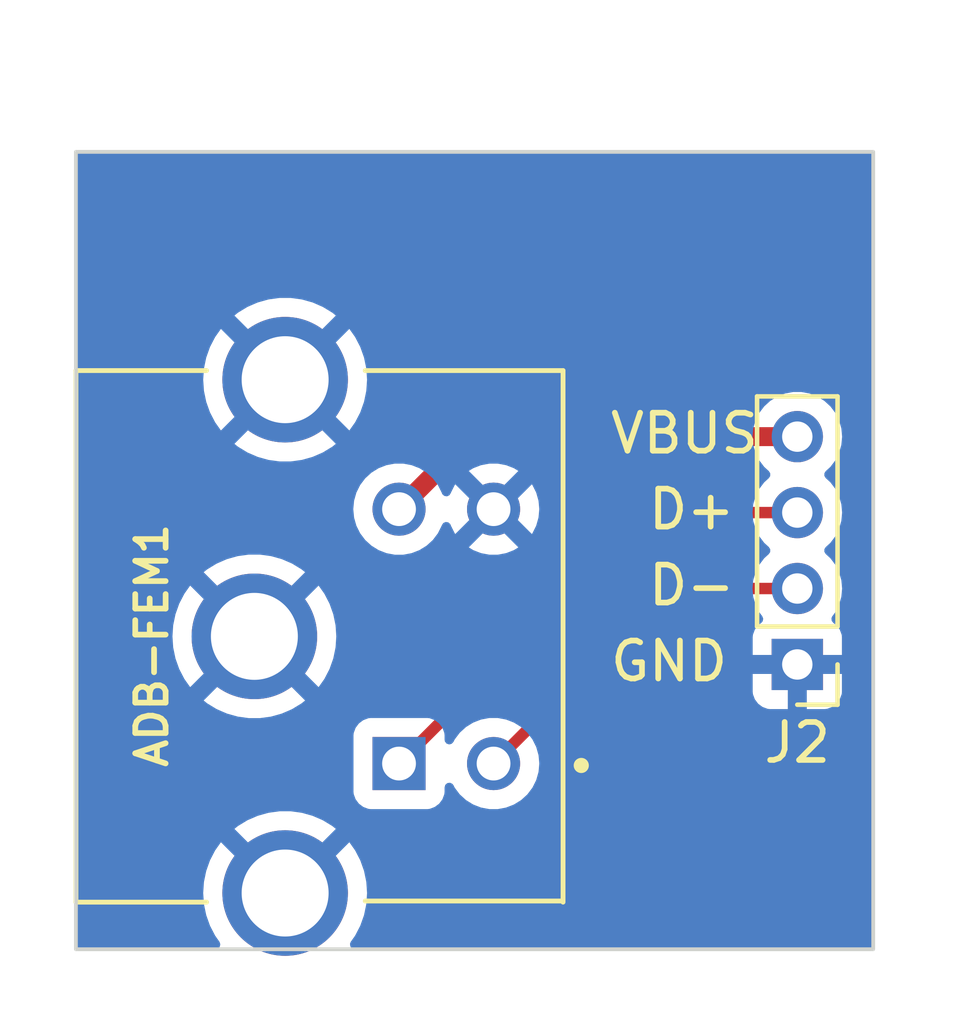
<source format=kicad_pcb>
(kicad_pcb (version 20221018) (generator pcbnew)
  (layers (0 "F.Cu" signal) (31 "B.Cu" signal) (34 "B.Paste" user) (35 "F.Paste" user) (36 "B.SilkS" user "B.Silkscreen") (37 "F.SilkS" user "F.Silkscreen") (38 "B.Mask" user) (39 "F.Mask" user) (44 "Edge.Cuts" user))
  (net 0 "")
  (net 1 "JST-D+")
  (net 2 "JST-D-")
  (net 3 "VBUS")
  (net 4 "GND")
  (footprint "ADB:TE_5749181-1" (layer "F.Cu") (at 108.51 112.76 90)
    (fp_text reference "ADB-FEM1" (at -0.24 -6.51 90) (layer "F.SilkS") (effects (font (size 0.800449 0.800449))))
    (fp_text value "5749181-1")
    (fp_line (start -7 -8.51) (end 7 -8.51) (stroke (width 0.127)) (layer "F.SilkS"))
    (fp_line (start -7 -5.07) (end -7 -8.51) (stroke (width 0.127)) (layer "F.SilkS"))
    (fp_line (start -6.97 -0.89) (end -6.97 4.32) (stroke (width 0.127)) (layer "F.SilkS"))
    (fp_line (start -6.97 4.32) (end -7 4.32) (stroke (width 0.127)) (layer "F.SilkS"))
    (fp_line (start 7 -5.07) (end 7 -8.51) (stroke (width 0.127)) (layer "F.SilkS"))
    (fp_line (start 7 -0.89) (end 7 4.32) (stroke (width 0.127)) (layer "F.SilkS"))
    (fp_line (start 7 4.32) (end -6.97 4.32) (stroke (width 0.127)) (layer "F.SilkS"))
    (fp_circle (center -3.4 4.8) (end -3.3 4.8) (stroke (width 0.2)) (fill none) (layer "F.SilkS"))
    (pad "1" thru_hole rect (at -3.35 0 90) (size 1.398 1.398) (drill 0.89) (layers "*.Cu" "*.Mask") (net 1 "JST-D+"))
    (pad "2" thru_hole circle (at 3.35 0 90) (size 1.398 1.398) (drill 0.89) (layers "*.Cu" "*.Mask") (net 3 "VBUS"))
    (pad "3" thru_hole circle (at -3.35 2.49 90) (size 1.398 1.398) (drill 0.89) (layers "*.Cu" "*.Mask") (net 2 "JST-D-"))
    (pad "4" thru_hole circle (at 3.35 2.49 90) (size 1.398 1.398) (drill 0.89) (layers "*.Cu" "*.Mask") (net 4 "GND"))
    (pad "5" thru_hole circle (at 0 -3.81 90) (size 3.306 3.306) (drill 2.29) (layers "*.Cu" "*.Mask") (net 4 "GND"))
    (pad "6" thru_hole circle locked (at 6.76 -3 90) (size 3.306 3.306) (drill 2.29) (layers "*.Cu" "*.Mask") (net 4 "GND"))
    (pad "7" thru_hole circle (at -6.76 -3 90) (size 3.306 3.306) (drill 2.29) (layers "*.Cu" "*.Mask") (net 4 "GND"))
  )
  (footprint "Connector_PinHeader_2.00mm:PinHeader_1x04_P2.00mm_Vertical" (layer "F.Cu") (at 119 113.5 180)
    (fp_text reference "J2" (at 0 -2.06) (layer "F.SilkS"))
    (fp_text value "Conn_01x04")
    (fp_line (start -1.06 -1.06) (end 0 -1.06) (stroke (width 0.12)) (layer "F.SilkS"))
    (fp_line (start -1.06 0) (end -1.06 -1.06) (stroke (width 0.12)) (layer "F.SilkS"))
    (fp_line (start -1.06 1) (end -1.06 7.06) (stroke (width 0.12)) (layer "F.SilkS"))
    (fp_line (start -1.06 1) (end 1.06 1) (stroke (width 0.12)) (layer "F.SilkS"))
    (fp_line (start -1.06 7.06) (end 1.06 7.06) (stroke (width 0.12)) (layer "F.SilkS"))
    (fp_line (start 1.06 1) (end 1.06 7.06) (stroke (width 0.12)) (layer "F.SilkS"))
    (pad "1" thru_hole rect (at 0 0 180) (size 1.35 1.35) (drill 0.8) (layers "*.Cu" "*.Mask") (net 4 "GND"))
    (pad "2" thru_hole oval (at 0 2 180) (size 1.35 1.35) (drill 0.8) (layers "*.Cu" "*.Mask") (net 2 "JST-D-"))
    (pad "3" thru_hole oval (at 0 4 180) (size 1.35 1.35) (drill 0.8) (layers "*.Cu" "*.Mask") (net 1 "JST-D+"))
    (pad "4" thru_hole oval (at 0 6 180) (size 1.35 1.35) (drill 0.8) (layers "*.Cu" "*.Mask") (net 3 "VBUS"))
  )
  (gr_rect locked (start 100 100) (end 121 121) (stroke (width 0.1)) (fill none) (layer "Edge.Cuts"))
  (gr_text "D+" (at 115 110) (layer "F.SilkS") (effects (font (size 1 1)) (justify left bottom)))
  (gr_text "D-\n" (at 115 112) (layer "F.SilkS") (effects (font (size 1 1)) (justify left bottom)))
  (gr_text "GND" (at 114 114) (layer "F.SilkS") (effects (font (size 1 1)) (justify left bottom)))
  (gr_text "VBUS" (at 114 108) (layer "F.SilkS") (effects (font (size 1 1)) (justify left bottom)))
  (segment (start 119 109.5) (end 115.12 109.5) (width 0.3) (layer "F.Cu") (net 1))
  (segment (start 115.12 109.5) (end 108.51 116.11) (width 0.3) (layer "F.Cu") (net 1))
  (segment (start 115.61 111.5) (end 111 116.11) (width 0.3) (layer "F.Cu") (net 2))
  (segment (start 119 111.5) (end 115.61 111.5) (width 0.3) (layer "F.Cu") (net 2))
  (segment (start 110.42 107.5) (end 108.51 109.41) (width 0.5) (layer "F.Cu") (net 3))
  (segment (start 119 107.5) (end 110.42 107.5) (width 0.5) (layer "F.Cu") (net 3))
  (zone (net 4) (net_name "GND") (layer "B.Cu") (connect_pads (clearance 0.5)) (min_thickness 0.25) (fill yes (thermal_gap 0.5) (thermal_bridge_width 0.5))
    (polygon (pts (xy 123 96) (xy 123 123) (xy 98 123) (xy 98 98)))
  )
)
</source>
